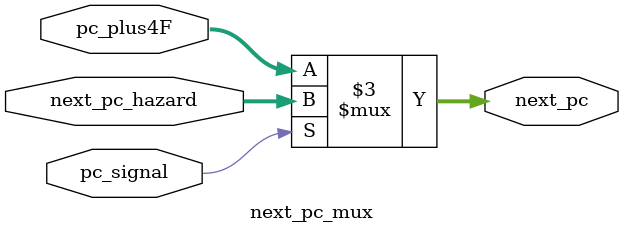
<source format=v>
`timescale 1ns/1ps

module next_pc_mux (
    input wire [31:0] pc_plus4F,        // PC + 4
    input wire [31:0] next_pc_hazard,  // Selected PC from Hazard Unit
    input wire pc_signal,              // Control signal from Hazard Unit
    output reg [31:0] next_pc     // Final PC selection
);

    always @(*) begin
        if (pc_signal) 
            next_pc = next_pc_hazard; // Use next_pc from Hazard Unit
        else 
            next_pc = pc_plus4F;       // Use PC + 4
    end

endmodule

</source>
